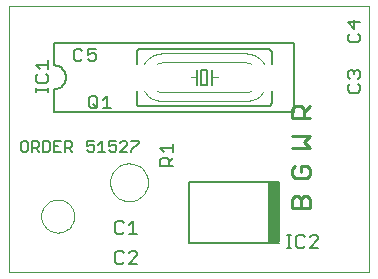
<source format=gto>
G75*
G70*
%OFA0B0*%
%FSLAX24Y24*%
%IPPOS*%
%LPD*%
%AMOC8*
5,1,8,0,0,1.08239X$1,22.5*
%
%ADD10C,0.0000*%
%ADD11C,0.0110*%
%ADD12C,0.0050*%
%ADD13C,0.0060*%
%ADD14C,0.0080*%
%ADD15R,0.0384X0.2047*%
%ADD16C,0.0020*%
D10*
X000282Y000282D02*
X000282Y009152D01*
X012274Y009152D01*
X012274Y000282D01*
X000282Y000282D01*
X001356Y002157D02*
X001358Y002204D01*
X001364Y002250D01*
X001374Y002296D01*
X001387Y002341D01*
X001405Y002384D01*
X001426Y002426D01*
X001450Y002466D01*
X001478Y002503D01*
X001509Y002538D01*
X001543Y002571D01*
X001579Y002600D01*
X001618Y002626D01*
X001659Y002649D01*
X001702Y002668D01*
X001746Y002684D01*
X001791Y002696D01*
X001837Y002704D01*
X001884Y002708D01*
X001930Y002708D01*
X001977Y002704D01*
X002023Y002696D01*
X002068Y002684D01*
X002112Y002668D01*
X002155Y002649D01*
X002196Y002626D01*
X002235Y002600D01*
X002271Y002571D01*
X002305Y002538D01*
X002336Y002503D01*
X002364Y002466D01*
X002388Y002426D01*
X002409Y002384D01*
X002427Y002341D01*
X002440Y002296D01*
X002450Y002250D01*
X002456Y002204D01*
X002458Y002157D01*
X002456Y002110D01*
X002450Y002064D01*
X002440Y002018D01*
X002427Y001973D01*
X002409Y001930D01*
X002388Y001888D01*
X002364Y001848D01*
X002336Y001811D01*
X002305Y001776D01*
X002271Y001743D01*
X002235Y001714D01*
X002196Y001688D01*
X002155Y001665D01*
X002112Y001646D01*
X002068Y001630D01*
X002023Y001618D01*
X001977Y001610D01*
X001930Y001606D01*
X001884Y001606D01*
X001837Y001610D01*
X001791Y001618D01*
X001746Y001630D01*
X001702Y001646D01*
X001659Y001665D01*
X001618Y001688D01*
X001579Y001714D01*
X001543Y001743D01*
X001509Y001776D01*
X001478Y001811D01*
X001450Y001848D01*
X001426Y001888D01*
X001405Y001930D01*
X001387Y001973D01*
X001374Y002018D01*
X001364Y002064D01*
X001358Y002110D01*
X001356Y002157D01*
X003652Y003282D02*
X003654Y003332D01*
X003660Y003382D01*
X003670Y003431D01*
X003684Y003479D01*
X003701Y003526D01*
X003722Y003571D01*
X003747Y003615D01*
X003775Y003656D01*
X003807Y003695D01*
X003841Y003732D01*
X003878Y003766D01*
X003918Y003796D01*
X003960Y003823D01*
X004004Y003847D01*
X004050Y003868D01*
X004097Y003884D01*
X004145Y003897D01*
X004195Y003906D01*
X004244Y003911D01*
X004295Y003912D01*
X004345Y003909D01*
X004394Y003902D01*
X004443Y003891D01*
X004491Y003876D01*
X004537Y003858D01*
X004582Y003836D01*
X004625Y003810D01*
X004666Y003781D01*
X004705Y003749D01*
X004741Y003714D01*
X004773Y003676D01*
X004803Y003636D01*
X004830Y003593D01*
X004853Y003549D01*
X004872Y003503D01*
X004888Y003455D01*
X004900Y003406D01*
X004908Y003357D01*
X004912Y003307D01*
X004912Y003257D01*
X004908Y003207D01*
X004900Y003158D01*
X004888Y003109D01*
X004872Y003061D01*
X004853Y003015D01*
X004830Y002971D01*
X004803Y002928D01*
X004773Y002888D01*
X004741Y002850D01*
X004705Y002815D01*
X004666Y002783D01*
X004625Y002754D01*
X004582Y002728D01*
X004537Y002706D01*
X004491Y002688D01*
X004443Y002673D01*
X004394Y002662D01*
X004345Y002655D01*
X004295Y002652D01*
X004244Y002653D01*
X004195Y002658D01*
X004145Y002667D01*
X004097Y002680D01*
X004050Y002696D01*
X004004Y002717D01*
X003960Y002741D01*
X003918Y002768D01*
X003878Y002798D01*
X003841Y002832D01*
X003807Y002869D01*
X003775Y002908D01*
X003747Y002949D01*
X003722Y002993D01*
X003701Y003038D01*
X003684Y003085D01*
X003670Y003133D01*
X003660Y003182D01*
X003654Y003232D01*
X003652Y003282D01*
D11*
X009712Y003541D02*
X009810Y003443D01*
X010204Y003443D01*
X010302Y003541D01*
X010302Y003738D01*
X010204Y003836D01*
X010007Y003836D01*
X010007Y003639D01*
X009810Y003836D02*
X009712Y003738D01*
X009712Y003541D01*
X009810Y002836D02*
X009909Y002836D01*
X010007Y002738D01*
X010007Y002443D01*
X010302Y002443D02*
X009712Y002443D01*
X009712Y002738D01*
X009810Y002836D01*
X010007Y002738D02*
X010105Y002836D01*
X010204Y002836D01*
X010302Y002738D01*
X010302Y002443D01*
X010302Y004443D02*
X009712Y004443D01*
X010105Y004639D02*
X010302Y004836D01*
X009712Y004836D01*
X010105Y004639D02*
X010302Y004443D01*
X010302Y005443D02*
X009712Y005443D01*
X009712Y005738D01*
X009810Y005836D01*
X010007Y005836D01*
X010105Y005738D01*
X010105Y005443D01*
X010105Y005639D02*
X010302Y005836D01*
D12*
X004599Y004657D02*
X004599Y004599D01*
X004365Y004366D01*
X004365Y004307D01*
X004230Y004307D02*
X003997Y004307D01*
X004230Y004541D01*
X004230Y004599D01*
X004172Y004657D01*
X004055Y004657D01*
X003997Y004599D01*
X003862Y004657D02*
X003629Y004657D01*
X003629Y004482D01*
X003745Y004541D01*
X003804Y004541D01*
X003862Y004482D01*
X003862Y004366D01*
X003804Y004307D01*
X003687Y004307D01*
X003629Y004366D01*
X003494Y004307D02*
X003260Y004307D01*
X003377Y004307D02*
X003377Y004657D01*
X003260Y004541D01*
X003126Y004482D02*
X003126Y004366D01*
X003067Y004307D01*
X002950Y004307D01*
X002892Y004366D01*
X002892Y004482D02*
X003009Y004541D01*
X003067Y004541D01*
X003126Y004482D01*
X002892Y004482D02*
X002892Y004657D01*
X003126Y004657D01*
X002389Y004599D02*
X002389Y004482D01*
X002331Y004424D01*
X002155Y004424D01*
X002155Y004307D02*
X002155Y004657D01*
X002331Y004657D01*
X002389Y004599D01*
X002272Y004424D02*
X002389Y004307D01*
X002021Y004307D02*
X001787Y004307D01*
X001787Y004657D01*
X002021Y004657D01*
X001904Y004482D02*
X001787Y004482D01*
X001652Y004366D02*
X001652Y004599D01*
X001594Y004657D01*
X001419Y004657D01*
X001419Y004307D01*
X001594Y004307D01*
X001652Y004366D01*
X001284Y004307D02*
X001167Y004424D01*
X001226Y004424D02*
X001051Y004424D01*
X001051Y004307D02*
X001051Y004657D01*
X001226Y004657D01*
X001284Y004599D01*
X001284Y004482D01*
X001226Y004424D01*
X000916Y004366D02*
X000916Y004599D01*
X000857Y004657D01*
X000741Y004657D01*
X000682Y004599D01*
X000682Y004366D01*
X000741Y004307D01*
X000857Y004307D01*
X000916Y004366D01*
X004365Y004657D02*
X004599Y004657D01*
D13*
X004632Y005832D02*
X008932Y005832D01*
X008949Y005834D01*
X008966Y005838D01*
X008982Y005845D01*
X008996Y005855D01*
X009009Y005868D01*
X009019Y005882D01*
X009026Y005898D01*
X009030Y005915D01*
X009032Y005932D01*
X009032Y006332D01*
X009782Y005632D02*
X009782Y007932D01*
X001782Y007932D01*
X001782Y007182D01*
X001821Y007180D01*
X001860Y007174D01*
X001898Y007165D01*
X001935Y007152D01*
X001971Y007135D01*
X002004Y007115D01*
X002036Y007091D01*
X002065Y007065D01*
X002091Y007036D01*
X002115Y007004D01*
X002135Y006971D01*
X002152Y006935D01*
X002165Y006898D01*
X002174Y006860D01*
X002180Y006821D01*
X002182Y006782D01*
X002180Y006743D01*
X002174Y006704D01*
X002165Y006666D01*
X002152Y006629D01*
X002135Y006593D01*
X002115Y006560D01*
X002091Y006528D01*
X002065Y006499D01*
X002036Y006473D01*
X002004Y006449D01*
X001971Y006429D01*
X001935Y006412D01*
X001898Y006399D01*
X001860Y006390D01*
X001821Y006384D01*
X001782Y006382D01*
X001782Y005632D01*
X009782Y005632D01*
X009032Y007232D02*
X009032Y007632D01*
X009030Y007649D01*
X009026Y007666D01*
X009019Y007682D01*
X009009Y007696D01*
X008996Y007709D01*
X008982Y007719D01*
X008966Y007726D01*
X008949Y007730D01*
X008932Y007732D01*
X004632Y007732D01*
X004615Y007730D01*
X004598Y007726D01*
X004582Y007719D01*
X004568Y007709D01*
X004555Y007696D01*
X004545Y007682D01*
X004538Y007666D01*
X004534Y007649D01*
X004532Y007632D01*
X004532Y007232D01*
X004532Y006332D02*
X004532Y005932D01*
X004534Y005915D01*
X004538Y005898D01*
X004545Y005882D01*
X004555Y005868D01*
X004568Y005855D01*
X004582Y005845D01*
X004598Y005838D01*
X004615Y005834D01*
X004632Y005832D01*
X006532Y006532D02*
X006532Y006782D01*
X006532Y007032D01*
X006682Y007032D02*
X006682Y006532D01*
X006882Y006532D01*
X006882Y007032D01*
X006682Y007032D01*
X007032Y007032D02*
X007032Y006782D01*
X007032Y006532D01*
D14*
X005742Y004563D02*
X005742Y004283D01*
X005742Y004423D02*
X005322Y004423D01*
X005462Y004283D01*
X005392Y004102D02*
X005532Y004102D01*
X005602Y004032D01*
X005602Y003822D01*
X005742Y003822D02*
X005322Y003822D01*
X005322Y004032D01*
X005392Y004102D01*
X005602Y003962D02*
X005742Y004102D01*
X006286Y003306D02*
X006286Y001259D01*
X009278Y001259D01*
X009549Y001103D02*
X009689Y001103D01*
X009619Y001103D02*
X009619Y001523D01*
X009549Y001523D02*
X009689Y001523D01*
X009856Y001453D02*
X009856Y001173D01*
X009926Y001103D01*
X010066Y001103D01*
X010136Y001173D01*
X010316Y001103D02*
X010596Y001383D01*
X010596Y001453D01*
X010526Y001523D01*
X010386Y001523D01*
X010316Y001453D01*
X010136Y001453D02*
X010066Y001523D01*
X009926Y001523D01*
X009856Y001453D01*
X010316Y001103D02*
X010596Y001103D01*
X009278Y003306D02*
X006286Y003306D01*
X004423Y001993D02*
X004423Y001572D01*
X004283Y001572D02*
X004563Y001572D01*
X004283Y001852D02*
X004423Y001993D01*
X004102Y001922D02*
X004032Y001993D01*
X003892Y001993D01*
X003822Y001922D01*
X003822Y001642D01*
X003892Y001572D01*
X004032Y001572D01*
X004102Y001642D01*
X004032Y000993D02*
X003892Y000993D01*
X003822Y000922D01*
X003822Y000642D01*
X003892Y000572D01*
X004032Y000572D01*
X004102Y000642D01*
X004283Y000572D02*
X004563Y000852D01*
X004563Y000922D01*
X004493Y000993D01*
X004353Y000993D01*
X004283Y000922D01*
X004102Y000922D02*
X004032Y000993D01*
X004283Y000572D02*
X004563Y000572D01*
X003688Y005747D02*
X003408Y005747D01*
X003548Y005747D02*
X003548Y006168D01*
X003408Y006027D01*
X003227Y006097D02*
X003227Y005817D01*
X003157Y005747D01*
X003017Y005747D01*
X002947Y005817D01*
X002947Y006097D01*
X003017Y006168D01*
X003157Y006168D01*
X003227Y006097D01*
X003087Y005887D02*
X003227Y005747D01*
X001592Y006297D02*
X001592Y006437D01*
X001592Y006367D02*
X001172Y006367D01*
X001172Y006297D02*
X001172Y006437D01*
X001242Y006604D02*
X001522Y006604D01*
X001592Y006674D01*
X001592Y006814D01*
X001522Y006884D01*
X001592Y007064D02*
X001592Y007345D01*
X001592Y007205D02*
X001172Y007205D01*
X001312Y007064D01*
X001242Y006884D02*
X001172Y006814D01*
X001172Y006674D01*
X001242Y006604D01*
X002447Y007392D02*
X002517Y007322D01*
X002657Y007322D01*
X002727Y007392D01*
X002908Y007392D02*
X002978Y007322D01*
X003118Y007322D01*
X003188Y007392D01*
X003188Y007532D01*
X003118Y007602D01*
X003048Y007602D01*
X002908Y007532D01*
X002908Y007743D01*
X003188Y007743D01*
X002727Y007672D02*
X002657Y007743D01*
X002517Y007743D01*
X002447Y007672D01*
X002447Y007392D01*
X011572Y006947D02*
X011572Y006807D01*
X011642Y006737D01*
X011782Y006877D02*
X011782Y006947D01*
X011852Y007017D01*
X011922Y007017D01*
X011992Y006947D01*
X011992Y006807D01*
X011922Y006737D01*
X011922Y006557D02*
X011992Y006487D01*
X011992Y006346D01*
X011922Y006276D01*
X011642Y006276D01*
X011572Y006346D01*
X011572Y006487D01*
X011642Y006557D01*
X011572Y006947D02*
X011642Y007017D01*
X011712Y007017D01*
X011782Y006947D01*
X011642Y007947D02*
X011922Y007947D01*
X011992Y008017D01*
X011992Y008157D01*
X011922Y008227D01*
X011782Y008408D02*
X011782Y008688D01*
X011572Y008618D02*
X011782Y008408D01*
X011642Y008227D02*
X011572Y008157D01*
X011572Y008017D01*
X011642Y007947D01*
X011572Y008618D02*
X011992Y008618D01*
D15*
X009126Y002282D03*
D16*
X008132Y005982D02*
X005432Y005982D01*
X005432Y006282D02*
X008132Y006282D01*
X008132Y005982D02*
X008188Y005984D01*
X008243Y005990D01*
X008298Y005999D01*
X008352Y006013D01*
X008405Y006030D01*
X008456Y006051D01*
X008506Y006075D01*
X008554Y006103D01*
X008601Y006134D01*
X008645Y006168D01*
X008686Y006205D01*
X008725Y006245D01*
X008761Y006287D01*
X008793Y006332D01*
X008350Y007232D02*
X008316Y007247D01*
X008280Y007260D01*
X008244Y007269D01*
X008207Y007276D01*
X008170Y007281D01*
X008132Y007282D01*
X005432Y007282D01*
X005432Y007582D02*
X008132Y007582D01*
X008350Y006332D02*
X008316Y006317D01*
X008280Y006304D01*
X008244Y006295D01*
X008207Y006288D01*
X008170Y006283D01*
X008132Y006282D01*
X008793Y007232D02*
X008761Y007277D01*
X008725Y007319D01*
X008686Y007359D01*
X008644Y007396D01*
X008601Y007430D01*
X008554Y007461D01*
X008506Y007489D01*
X008456Y007513D01*
X008405Y007534D01*
X008352Y007551D01*
X008298Y007565D01*
X008243Y007574D01*
X008188Y007580D01*
X008132Y007582D01*
X007232Y006782D02*
X007032Y006782D01*
X006532Y006782D02*
X006332Y006782D01*
X005432Y007582D02*
X005376Y007580D01*
X005321Y007574D01*
X005266Y007565D01*
X005212Y007551D01*
X005159Y007534D01*
X005108Y007513D01*
X005058Y007489D01*
X005010Y007461D01*
X004963Y007430D01*
X004919Y007396D01*
X004878Y007359D01*
X004839Y007319D01*
X004803Y007277D01*
X004771Y007232D01*
X005214Y007232D02*
X005248Y007247D01*
X005284Y007260D01*
X005320Y007269D01*
X005357Y007276D01*
X005394Y007281D01*
X005432Y007282D01*
X005214Y006332D02*
X005248Y006317D01*
X005284Y006304D01*
X005320Y006295D01*
X005357Y006288D01*
X005394Y006283D01*
X005432Y006282D01*
X005432Y005982D02*
X005376Y005984D01*
X005321Y005990D01*
X005266Y005999D01*
X005212Y006013D01*
X005159Y006030D01*
X005108Y006051D01*
X005058Y006075D01*
X005010Y006103D01*
X004963Y006134D01*
X004920Y006168D01*
X004878Y006205D01*
X004839Y006245D01*
X004803Y006287D01*
X004771Y006332D01*
M02*

</source>
